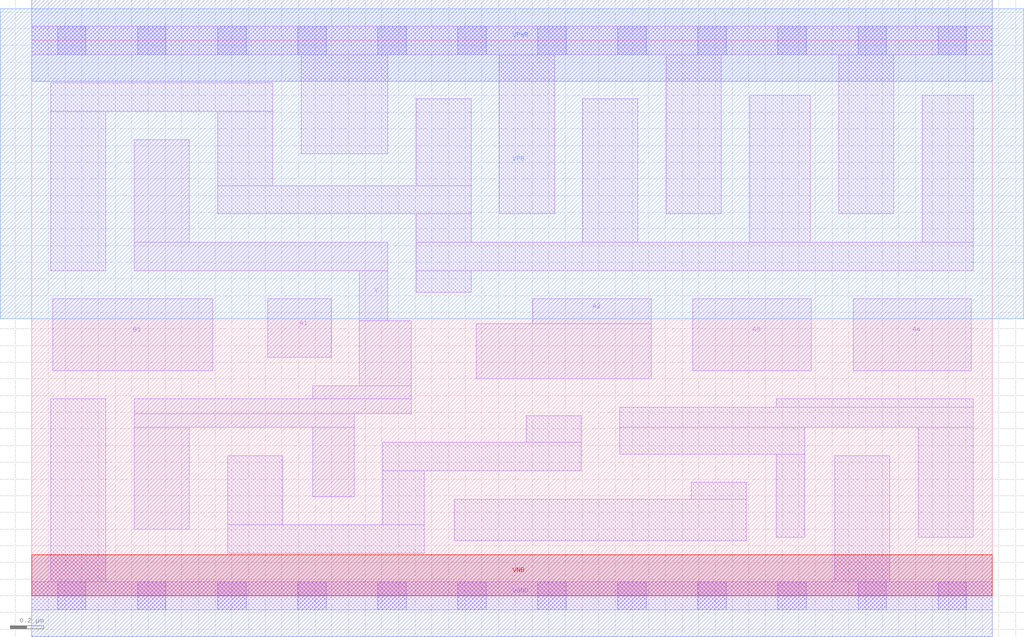
<source format=lef>
# Copyright 2020 The SkyWater PDK Authors
#
# Licensed under the Apache License, Version 2.0 (the "License");
# you may not use this file except in compliance with the License.
# You may obtain a copy of the License at
#
#     https://www.apache.org/licenses/LICENSE-2.0
#
# Unless required by applicable law or agreed to in writing, software
# distributed under the License is distributed on an "AS IS" BASIS,
# WITHOUT WARRANTIES OR CONDITIONS OF ANY KIND, either express or implied.
# See the License for the specific language governing permissions and
# limitations under the License.
#
# SPDX-License-Identifier: Apache-2.0

VERSION 5.7 ;
  NOWIREEXTENSIONATPIN ON ;
  DIVIDERCHAR "/" ;
  BUSBITCHARS "[]" ;
MACRO sky130_fd_sc_ms__a41oi_2
  CLASS CORE ;
  FOREIGN sky130_fd_sc_ms__a41oi_2 ;
  ORIGIN  0.000000  0.000000 ;
  SIZE  5.760000 BY  3.330000 ;
  SYMMETRY X Y ;
  SITE unit ;
  PIN A1
    ANTENNAGATEAREA  0.625200 ;
    DIRECTION INPUT ;
    USE SIGNAL ;
    PORT
      LAYER li1 ;
        RECT 1.415000 1.430000 1.795000 1.780000 ;
    END
  END A1
  PIN A2
    ANTENNAGATEAREA  0.625200 ;
    DIRECTION INPUT ;
    USE SIGNAL ;
    PORT
      LAYER li1 ;
        RECT 2.665000 1.300000 3.715000 1.630000 ;
        RECT 3.005000 1.630000 3.715000 1.780000 ;
    END
  END A2
  PIN A3
    ANTENNAGATEAREA  0.625200 ;
    DIRECTION INPUT ;
    USE SIGNAL ;
    PORT
      LAYER li1 ;
        RECT 3.965000 1.350000 4.675000 1.780000 ;
    END
  END A3
  PIN A4
    ANTENNAGATEAREA  0.625200 ;
    DIRECTION INPUT ;
    USE SIGNAL ;
    PORT
      LAYER li1 ;
        RECT 4.925000 1.350000 5.635000 1.780000 ;
    END
  END A4
  PIN B1
    ANTENNAGATEAREA  0.514200 ;
    DIRECTION INPUT ;
    USE SIGNAL ;
    PORT
      LAYER li1 ;
        RECT 0.125000 1.350000 1.085000 1.780000 ;
    END
  END B1
  PIN Y
    ANTENNADIFFAREA  0.776500 ;
    DIRECTION OUTPUT ;
    USE SIGNAL ;
    PORT
      LAYER li1 ;
        RECT 0.615000 0.400000 0.945000 1.010000 ;
        RECT 0.615000 1.010000 1.935000 1.090000 ;
        RECT 0.615000 1.090000 2.275000 1.180000 ;
        RECT 0.615000 1.950000 2.135000 2.120000 ;
        RECT 0.615000 2.120000 0.945000 2.735000 ;
        RECT 1.685000 0.595000 1.935000 1.010000 ;
        RECT 1.685000 1.180000 2.275000 1.260000 ;
        RECT 1.965000 1.260000 2.275000 1.650000 ;
        RECT 1.965000 1.650000 2.135000 1.950000 ;
    END
  END Y
  PIN VGND
    DIRECTION INOUT ;
    USE GROUND ;
    PORT
      LAYER met1 ;
        RECT 0.000000 -0.245000 5.760000 0.245000 ;
    END
  END VGND
  PIN VNB
    DIRECTION INOUT ;
    USE GROUND ;
    PORT
      LAYER pwell ;
        RECT 0.000000 0.000000 5.760000 0.245000 ;
    END
  END VNB
  PIN VPB
    DIRECTION INOUT ;
    USE POWER ;
    PORT
      LAYER nwell ;
        RECT -0.190000 1.660000 5.950000 3.520000 ;
    END
  END VPB
  PIN VPWR
    DIRECTION INOUT ;
    USE POWER ;
    PORT
      LAYER met1 ;
        RECT 0.000000 3.085000 5.760000 3.575000 ;
    END
  END VPWR
  OBS
    LAYER li1 ;
      RECT 0.000000 -0.085000 5.760000 0.085000 ;
      RECT 0.000000  3.245000 5.760000 3.415000 ;
      RECT 0.115000  0.085000 0.445000 1.180000 ;
      RECT 0.115000  1.950000 0.445000 2.905000 ;
      RECT 0.115000  2.905000 1.445000 3.075000 ;
      RECT 1.115000  2.290000 2.635000 2.460000 ;
      RECT 1.115000  2.460000 1.445000 2.905000 ;
      RECT 1.175000  0.255000 2.355000 0.425000 ;
      RECT 1.175000  0.425000 1.505000 0.840000 ;
      RECT 1.615000  2.650000 2.135000 3.245000 ;
      RECT 2.105000  0.425000 2.355000 0.750000 ;
      RECT 2.105000  0.750000 3.295000 0.920000 ;
      RECT 2.305000  1.820000 2.635000 1.950000 ;
      RECT 2.305000  1.950000 5.645000 2.120000 ;
      RECT 2.305000  2.120000 2.635000 2.290000 ;
      RECT 2.305000  2.460000 2.635000 2.980000 ;
      RECT 2.535000  0.330000 4.285000 0.580000 ;
      RECT 2.805000  2.290000 3.135000 3.245000 ;
      RECT 2.965000  0.920000 3.295000 1.080000 ;
      RECT 3.305000  2.120000 3.635000 2.980000 ;
      RECT 3.525000  0.850000 4.635000 1.010000 ;
      RECT 3.525000  1.010000 5.645000 1.130000 ;
      RECT 3.805000  2.290000 4.135000 3.245000 ;
      RECT 3.955000  0.580000 4.285000 0.680000 ;
      RECT 4.305000  2.120000 4.670000 3.000000 ;
      RECT 4.465000  0.350000 4.635000 0.850000 ;
      RECT 4.465000  1.130000 5.645000 1.180000 ;
      RECT 4.815000  0.085000 5.145000 0.840000 ;
      RECT 4.840000  2.290000 5.170000 3.245000 ;
      RECT 5.315000  0.350000 5.645000 1.010000 ;
      RECT 5.340000  2.120000 5.645000 3.000000 ;
    LAYER mcon ;
      RECT 0.155000 -0.085000 0.325000 0.085000 ;
      RECT 0.155000  3.245000 0.325000 3.415000 ;
      RECT 0.635000 -0.085000 0.805000 0.085000 ;
      RECT 0.635000  3.245000 0.805000 3.415000 ;
      RECT 1.115000 -0.085000 1.285000 0.085000 ;
      RECT 1.115000  3.245000 1.285000 3.415000 ;
      RECT 1.595000 -0.085000 1.765000 0.085000 ;
      RECT 1.595000  3.245000 1.765000 3.415000 ;
      RECT 2.075000 -0.085000 2.245000 0.085000 ;
      RECT 2.075000  3.245000 2.245000 3.415000 ;
      RECT 2.555000 -0.085000 2.725000 0.085000 ;
      RECT 2.555000  3.245000 2.725000 3.415000 ;
      RECT 3.035000 -0.085000 3.205000 0.085000 ;
      RECT 3.035000  3.245000 3.205000 3.415000 ;
      RECT 3.515000 -0.085000 3.685000 0.085000 ;
      RECT 3.515000  3.245000 3.685000 3.415000 ;
      RECT 3.995000 -0.085000 4.165000 0.085000 ;
      RECT 3.995000  3.245000 4.165000 3.415000 ;
      RECT 4.475000 -0.085000 4.645000 0.085000 ;
      RECT 4.475000  3.245000 4.645000 3.415000 ;
      RECT 4.955000 -0.085000 5.125000 0.085000 ;
      RECT 4.955000  3.245000 5.125000 3.415000 ;
      RECT 5.435000 -0.085000 5.605000 0.085000 ;
      RECT 5.435000  3.245000 5.605000 3.415000 ;
  END
END sky130_fd_sc_ms__a41oi_2
END LIBRARY

</source>
